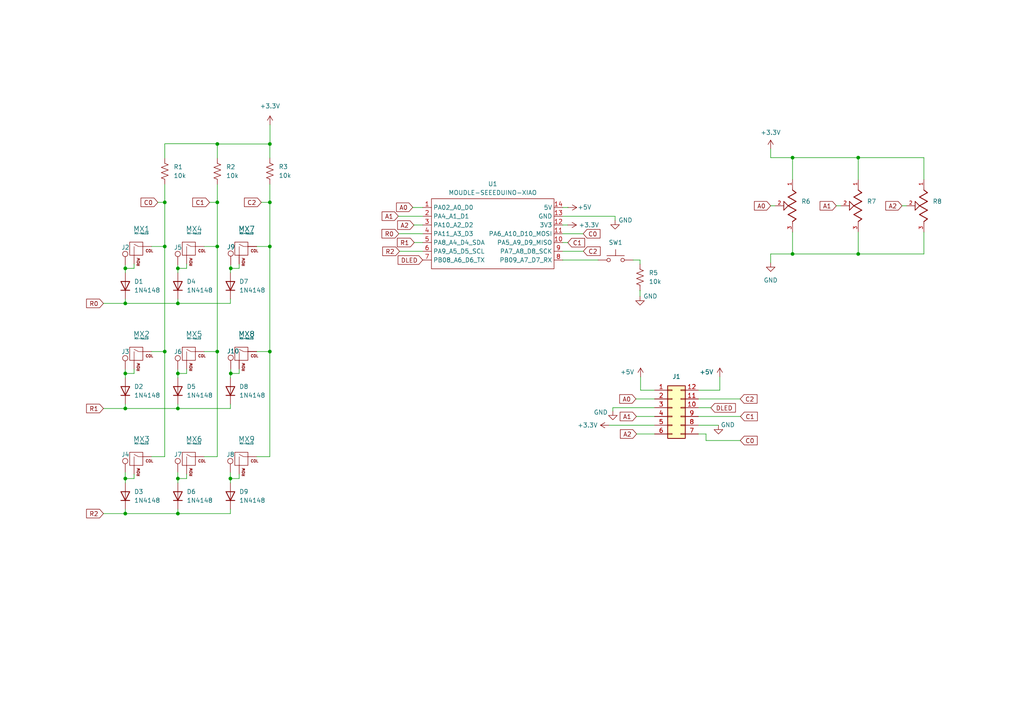
<source format=kicad_sch>
(kicad_sch (version 20230121) (generator eeschema)
  (paper "A4")
  (lib_symbols
    (symbol "Connector:TestPoint" (pin_numbers hide) (pin_names (offset 0.762) hide)
      (property "Reference" "TP" (at 0 6.858 0))
      (property "Value" "TestPoint" (at 0 5.08 0))
      (symbol "TestPoint_0_1"
        (circle (center 0 3.302) (radius 0.762))
      )
      (symbol "TestPoint_1_1"
        (pin passive line (at 0 0 90) (length 2.54) (name "1") (number "1"))
      )
    )
    (symbol "Connector_Generic:Conn_02x06_Counter_Clockwise" (pin_names (offset 1.016) hide)
      (property "Reference" "J" (at 1.27 7.62 0))
      (property "Value" "Conn_02x06_Counter_Clockwise" (at 1.27 -10.16 0))
      (symbol "Conn_02x06_Counter_Clockwise_1_1"
        (rectangle (start -1.27 -7.493) (end 0 -7.747) (stroke (width 0.1524)))
        (rectangle (start -1.27 -4.953) (end 0 -5.207) (stroke (width 0.1524)))
        (rectangle (start -1.27 -2.413) (end 0 -2.667) (stroke (width 0.1524)))
        (rectangle (start -1.27 0.127) (end 0 -0.127) (stroke (width 0.1524)))
        (rectangle (start -1.27 2.667) (end 0 2.413) (stroke (width 0.1524)))
        (rectangle (start -1.27 5.207) (end 0 4.953) (stroke (width 0.1524)))
        (rectangle (start -1.27 6.35) (end 3.81 -8.89) (stroke (width 0.254)) (fill (type background)))
        (rectangle (start 3.81 -7.493) (end 2.54 -7.747) (stroke (width 0.1524)))
        (rectangle (start 3.81 -4.953) (end 2.54 -5.207) (stroke (width 0.1524)))
        (rectangle (start 3.81 -2.413) (end 2.54 -2.667) (stroke (width 0.1524)))
        (rectangle (start 3.81 0.127) (end 2.54 -0.127) (stroke (width 0.1524)))
        (rectangle (start 3.81 2.667) (end 2.54 2.413) (stroke (width 0.1524)))
        (rectangle (start 3.81 5.207) (end 2.54 4.953) (stroke (width 0.1524)))
        (pin passive line (at -5.08 5.08 0) (length 3.81) (name "Pin_1") (number "1"))
        (pin passive line (at 7.62 0 180) (length 3.81) (name "Pin_10") (number "10"))
        (pin passive line (at 7.62 2.54 180) (length 3.81) (name "Pin_11") (number "11"))
        (pin passive line (at 7.62 5.08 180) (length 3.81) (name "Pin_12") (number "12"))
        (pin passive line (at -5.08 2.54 0) (length 3.81) (name "Pin_2") (number "2"))
        (pin passive line (at -5.08 0 0) (length 3.81) (name "Pin_3") (number "3"))
        (pin passive line (at -5.08 -2.54 0) (length 3.81) (name "Pin_4") (number "4"))
        (pin passive line (at -5.08 -5.08 0) (length 3.81) (name "Pin_5") (number "5"))
        (pin passive line (at -5.08 -7.62 0) (length 3.81) (name "Pin_6") (number "6"))
        (pin passive line (at 7.62 -7.62 180) (length 3.81) (name "Pin_7") (number "7"))
        (pin passive line (at 7.62 -5.08 180) (length 3.81) (name "Pin_8") (number "8"))
        (pin passive line (at 7.62 -2.54 180) (length 3.81) (name "Pin_9") (number "9"))
      )
    )
    (symbol "Device:R_US" (pin_numbers hide) (pin_names (offset 0))
      (property "Reference" "R" (at 2.54 0 90))
      (property "Value" "R_US" (at -2.54 0 90))
      (symbol "R_US_0_1"
        (polyline (pts (xy 0 -2.286) (xy 0 -2.54)))
        (polyline (pts (xy 0 2.286) (xy 0 2.54)))
        (polyline (pts (xy 0 -0.762) (xy 1.016 -1.143) (xy 0 -1.524) (xy -1.016 -1.905) (xy 0 -2.286)))
        (polyline (pts (xy 0 0.762) (xy 1.016 0.381) (xy 0 0) (xy -1.016 -0.381) (xy 0 -0.762)))
        (polyline (pts (xy 0 2.286) (xy 1.016 1.905) (xy 0 1.524) (xy -1.016 1.143) (xy 0 0.762)))
      )
      (symbol "R_US_1_1"
        (pin passive line (at 0 3.81 270) (length 1.27) (name "~") (number "1"))
        (pin passive line (at 0 -3.81 90) (length 1.27) (name "~") (number "2"))
      )
    )
    (symbol "Diode:1N4148" (pin_numbers hide) (pin_names hide)
      (property "Reference" "D" (at 0 2.54 0))
      (property "Value" "1N4148" (at 0 -2.54 0))
      (symbol "1N4148_0_1"
        (polyline (pts (xy -1.27 1.27) (xy -1.27 -1.27)) (stroke (width 0.254)))
        (polyline (pts (xy 1.27 0) (xy -1.27 0)))
        (polyline (pts (xy 1.27 1.27) (xy 1.27 -1.27) (xy -1.27 0) (xy 1.27 1.27)) (stroke (width 0.254)))
      )
      (symbol "1N4148_1_1"
        (pin passive line (at -3.81 0 0) (length 2.54) (name "K") (number "1"))
        (pin passive line (at 3.81 0 180) (length 2.54) (name "A") (number "2"))
      )
    )
    (symbol "MX_Alps_Hybrid:MX-NoLED" (pin_names (offset 1.016))
      (property "Reference" "MX" (at -0.635 3.81 0))
      (property "Value" "MX-NoLED" (at -0.635 1.27 0))
      (symbol "MX-NoLED_0_0"
        (rectangle (start -2.54 2.54) (end 1.27 -1.27))
        (polyline (pts (xy -1.27 -1.27) (xy -1.27 1.27)) (stroke (width 0.127)))
        (polyline (pts (xy 1.27 1.27) (xy 0 1.27) (xy -1.27 1.905)) (stroke (width 0.127)))
        (text "COL" (at 3.175 0 0) (effects (font (size 0.762 0.762))))
        (text "ROW" (at 0 -1.905 900) (effects (font (size 0.762 0.762)) (justify right)))
      )
      (symbol "MX-NoLED_1_1"
        (pin passive line (at 3.81 1.27 180) (length 2.54) (name "COL") (number "1"))
        (pin passive line (at -1.27 -3.81 90) (length 2.54) (name "ROW") (number "2"))
      )
    )
    (symbol "PTA4543-2015DPB103:PTA4543-2015DPB103" (pin_names (offset 1.016))
      (property "Reference" "R" (at -5.08 5.08 0))
      (property "Value" "PTA4543-2015DPB103" (at -5.08 2.54 0))
      (symbol "PTA4543-2015DPB103_0_0"
        (polyline (pts (xy -5.08 0) (xy -4.572 0)) (stroke (width 0.1524)))
        (polyline (pts (xy -4.572 0) (xy -3.81 1.016)) (stroke (width 0.254)))
        (polyline (pts (xy -3.81 1.016) (xy -2.54 -1.27)) (stroke (width 0.254)))
        (polyline (pts (xy -2.54 -1.27) (xy -1.27 1.016)) (stroke (width 0.254)))
        (polyline (pts (xy -1.27 -2.54) (xy 0 -1.27)) (stroke (width 0.2032)))
        (polyline (pts (xy -1.27 1.016) (xy 0 -1.27)) (stroke (width 0.254)))
        (polyline (pts (xy 0 -1.27) (xy 1.27 -2.54)) (stroke (width 0.2032)))
        (polyline (pts (xy 0 -1.27) (xy 1.27 1.016)) (stroke (width 0.254)))
        (polyline (pts (xy 1.27 -2.54) (xy -1.27 -2.54)) (stroke (width 0.2032)))
        (polyline (pts (xy 1.27 1.016) (xy 2.54 -1.27)) (stroke (width 0.254)))
        (polyline (pts (xy 2.54 -1.27) (xy 3.81 1.016)) (stroke (width 0.254)))
        (polyline (pts (xy 3.81 1.016) (xy 4.572 0)) (stroke (width 0.254)))
        (polyline (pts (xy 4.572 0) (xy 5.08 0)) (stroke (width 0.1524)))
        (pin passive line (at -7.62 0 0) (length 2.54) (name "~") (number "1"))
        (pin passive line (at 0 -5.08 90) (length 2.54) (name "~") (number "2"))
        (pin passive line (at 7.62 0 180) (length 2.54) (name "~") (number "3"))
      )
    )
    (symbol "Seeeduino RP2040:MOUDLE-SEEEDUINO-XIAO"
      (property "Reference" "U" (at -16.51 11.43 0))
      (property "Value" "MOUDLE-SEEEDUINO-XIAO" (at -3.81 -11.43 0))
      (symbol "MOUDLE-SEEEDUINO-XIAO_0_1"
        (rectangle (start -16.51 10.16) (end 19.05 -10.16))
      )
      (symbol "MOUDLE-SEEEDUINO-XIAO_1_1"
        (pin passive line (at -19.05 7.62 0) (length 2.54) (name "PA02_A0_D0") (number "1"))
        (pin passive line (at 21.59 -2.54 180) (length 2.54) (name "PA5_A9_D9_MISO") (number "10"))
        (pin passive line (at 21.59 0 180) (length 2.54) (name "PA6_A10_D10_MOSI") (number "11"))
        (pin passive line (at 21.59 2.54 180) (length 2.54) (name "3V3") (number "12"))
        (pin passive line (at 21.59 5.08 180) (length 2.54) (name "GND") (number "13"))
        (pin passive line (at 21.59 7.62 180) (length 2.54) (name "5V") (number "14"))
        (pin passive line (at -19.05 5.08 0) (length 2.54) (name "PA4_A1_D1") (number "2"))
        (pin passive line (at -19.05 2.54 0) (length 2.54) (name "PA10_A2_D2") (number "3"))
        (pin passive line (at -19.05 0 0) (length 2.54) (name "PA11_A3_D3") (number "4"))
        (pin passive line (at -19.05 -2.54 0) (length 2.54) (name "PA8_A4_D4_SDA") (number "5"))
        (pin passive line (at -19.05 -5.08 0) (length 2.54) (name "PA9_A5_D5_SCL") (number "6"))
        (pin passive line (at -19.05 -7.62 0) (length 2.54) (name "PB08_A6_D6_TX") (number "7"))
        (pin passive line (at 21.59 -7.62 180) (length 2.54) (name "PB09_A7_D7_RX") (number "8"))
        (pin passive line (at 21.59 -5.08 180) (length 2.54) (name "PA7_A8_D8_SCK") (number "9"))
      )
    )
    (symbol "Switch:SW_MEC_5G" (pin_numbers hide) (pin_names (offset 1.016) hide)
      (property "Reference" "SW" (at 1.27 2.54 0))
      (property "Value" "SW_MEC_5G" (at 0 -1.524 0))
      (symbol "SW_MEC_5G_0_1"
        (circle (center -2.032 0) (radius 0.508))
        (polyline (pts (xy 0 1.27) (xy 0 3.048)))
        (polyline (pts (xy 2.54 1.27) (xy -2.54 1.27)))
        (circle (center 2.032 0) (radius 0.508))
        (pin passive line (at -5.08 0 0) (length 2.54) (name "A") (number "1"))
        (pin passive line (at 5.08 0 180) (length 2.54) (name "B") (number "3"))
      )
      (symbol "SW_MEC_5G_1_1"
        (pin passive line (at -5.08 0 0) (length 2.54) hide (name "A") (number "2"))
        (pin passive line (at 5.08 0 180) (length 2.54) hide (name "B") (number "4"))
      )
    )
    (symbol "power:+3.3V" (power) (pin_names (offset 0))
      (property "Value" "+3.3V" (at 0 3.556 0))
      (symbol "+3.3V_0_1"
        (polyline (pts (xy -0.762 1.27) (xy 0 2.54)))
        (polyline (pts (xy 0 0) (xy 0 2.54)))
        (polyline (pts (xy 0 2.54) (xy 0.762 1.27)))
      )
      (symbol "+3.3V_1_1"
        (pin power_in line (at 0 0 90) (length 0) hide (name "+3.3V") (number "1"))
      )
    )
    (symbol "power:+5V" (power) (pin_names (offset 0))
      (property "Value" "+5V" (at 0 3.556 0))
      (symbol "+5V_0_1"
        (polyline (pts (xy -0.762 1.27) (xy 0 2.54)))
        (polyline (pts (xy 0 0) (xy 0 2.54)))
        (polyline (pts (xy 0 2.54) (xy 0.762 1.27)))
      )
      (symbol "+5V_1_1"
        (pin power_in line (at 0 0 90) (length 0) hide (name "+5V") (number "1"))
      )
    )
    (symbol "power:GND" (power) (pin_names (offset 0))
      (property "Value" "GND" (at 0 -3.81 0))
      (symbol "GND_0_1"
        (polyline (pts (xy 0 0) (xy 0 -1.27) (xy 1.27 -1.27) (xy 0 -2.54) (xy -1.27 -1.27) (xy 0 -1.27)))
      )
      (symbol "GND_1_1"
        (pin power_in line (at 0 0 270) (length 0) hide (name "GND") (number "1"))
      )
    )
  )
  (junction (at 51.59 108.32))
  (junction (at 229.87 45.72))
  (junction (at 78.26 101.97))
  (junction (at 51.59 118.48))
  (junction (at 51.59 138.8))
  (junction (at 229.87 73.66))
  (junction (at 47.78 71.49))
  (junction (at 248.92 45.72))
  (junction (at 78.27 41.762))
  (junction (at 36.35 118.48))
  (junction (at 63.02 71.49))
  (junction (at 66.929 108.32))
  (junction (at 47.78 101.97))
  (junction (at 51.59 148.96))
  (junction (at 51.59 77.84))
  (junction (at 63.02 101.97))
  (junction (at 63.03 58.69))
  (junction (at 66.83 138.8))
  (junction (at 36.35 88))
  (junction (at 51.59 88))
  (junction (at 36.35 138.8))
  (junction (at 248.92 73.66))
  (junction (at 66.929 77.84))
  (junction (at 36.35 148.96))
  (junction (at 47.79 58.69))
  (junction (at 78.27 58.69))
  (junction (at 63.03 41.762))
  (junction (at 36.35 108.32))
  (junction (at 36.35 77.84))
  (junction (at 78.26 71.49))
  (wire (pts (xy 202.557 120.7925) (xy 214.765 120.7925)))
  (wire (pts (xy 66.929 76.835) (xy 66.929 77.84)))
  (wire (pts (xy 47.78 132.45) (xy 43.97 132.45)))
  (wire (pts (xy 120.0409 65.2621) (xy 122.596 65.2621)))
  (wire (pts (xy 54.13 108.32) (xy 54.13 107.05)))
  (wire (pts (xy 206.1694 118.2525) (xy 206.1694 118.2887)))
  (wire (pts (xy 30 118.48) (xy 36.35 118.48)))
  (wire (pts (xy 38.89 138.8) (xy 38.89 137.53)))
  (wire (pts (xy 38.89 108.32) (xy 38.89 107.05)))
  (wire (pts (xy 51.562 107.188) (xy 51.562 108.32)))
  (wire (pts (xy 242.57 59.69) (xy 243.84 59.69)))
  (wire (pts (xy 69.37 77.84) (xy 69.37 76.57)))
  (wire (pts (xy 74.45 71.49) (xy 78.26 71.49)))
  (wire (pts (xy 120.0409 65.2934) (xy 120.0409 65.2621)))
  (wire (pts (xy 204.7759 125.8725) (xy 204.7759 127.7693)))
  (wire (pts (xy 163.236 62.7221) (xy 178.3978 62.7221)))
  (wire (pts (xy 248.92 67.31) (xy 248.92 73.66)))
  (wire (pts (xy 223.52 45.72) (xy 229.87 45.72)))
  (wire (pts (xy 51.59 148.96) (xy 51.59 147.69)))
  (wire (pts (xy 36.35 108.32) (xy 38.89 108.32)))
  (wire (pts (xy 223.52 76.2) (xy 223.52 73.66)))
  (wire (pts (xy 47.79 45.88) (xy 47.79 41.69)))
  (wire (pts (xy 51.562 108.32) (xy 51.59 108.32)))
  (wire (pts (xy 169.1938 72.8821) (xy 163.236 72.8821)))
  (wire (pts (xy 51.59 118.48) (xy 51.59 117.21)))
  (wire (pts (xy 78.27 53.4536) (xy 78.27 58.69)))
  (wire (pts (xy 47.79 58.69) (xy 47.79 71.49)))
  (wire (pts (xy 78.26 101.97) (xy 74.45 101.97)))
  (wire (pts (xy 51.59 79.11) (xy 51.59 77.84)))
  (wire (pts (xy 51.59 138.8) (xy 54.13 138.8)))
  (wire (pts (xy 66.83 118.48) (xy 51.59 118.48)))
  (wire (pts (xy 66.929 108.32) (xy 69.37 108.32)))
  (wire (pts (xy 38.89 76.57) (xy 38.89 77.84)))
  (wire (pts (xy 51.562 77.84) (xy 51.59 77.84)))
  (wire (pts (xy 66.83 77.84) (xy 66.929 77.84)))
  (wire (pts (xy 51.59 109.59) (xy 51.59 108.32)))
  (wire (pts (xy 178.3978 62.7221) (xy 178.3978 63.8981)))
  (wire (pts (xy 169.1408 67.8021) (xy 163.236 67.8021)))
  (wire (pts (xy 223.52 73.66) (xy 229.87 73.66)))
  (wire (pts (xy 115.8893 72.8821) (xy 122.596 72.8821)))
  (wire (pts (xy 74.45 132.45) (xy 78.26 132.45)))
  (wire (pts (xy 66.83 88) (xy 51.59 88)))
  (wire (pts (xy 185.6331 84.3383) (xy 185.6331 84.216)))
  (wire (pts (xy 63.02 132.45) (xy 63.02 101.97)))
  (wire (pts (xy 36.35 138.8) (xy 38.89 138.8)))
  (wire (pts (xy 51.562 137.033) (xy 51.562 138.8)))
  (wire (pts (xy 69.37 138.8) (xy 69.37 137.53)))
  (wire (pts (xy 267.97 45.72) (xy 267.97 52.07)))
  (wire (pts (xy 36.322 138.8) (xy 36.35 138.8)))
  (wire (pts (xy 51.59 118.48) (xy 36.35 118.48)))
  (wire (pts (xy 229.87 45.72) (xy 248.92 45.72)))
  (wire (pts (xy 78.26 132.45) (xy 78.26 101.97)))
  (wire (pts (xy 183.634 75.4205) (xy 185.6331 75.4205)))
  (wire (pts (xy 66.83 148.96) (xy 51.59 148.96)))
  (wire (pts (xy 164.6791 70.3421) (xy 163.236 70.3421)))
  (wire (pts (xy 115.5335 62.7221) (xy 122.596 62.7221)))
  (wire (pts (xy 54.13 77.84) (xy 54.13 76.57)))
  (wire (pts (xy 54.13 138.8) (xy 54.13 137.53)))
  (wire (pts (xy 248.92 45.72) (xy 248.92 52.07)))
  (wire (pts (xy 36.322 137.033) (xy 36.322 138.8)))
  (wire (pts (xy 177.7545 119.218) (xy 177.7545 118.2525)))
  (wire (pts (xy 51.59 148.96) (xy 36.35 148.96)))
  (wire (pts (xy 66.929 77.84) (xy 69.37 77.84)))
  (wire (pts (xy 78.3164 36.1756) (xy 78.3164 41.762)))
  (wire (pts (xy 51.562 76.962) (xy 51.562 77.84)))
  (wire (pts (xy 59.21 71.49) (xy 63.02 71.49)))
  (wire (pts (xy 229.87 52.07) (xy 229.87 45.72)))
  (wire (pts (xy 60.79 58.69) (xy 63.03 58.69)))
  (wire (pts (xy 163.236 75.4205) (xy 163.236 75.4221)))
  (wire (pts (xy 36.322 77.84) (xy 36.35 77.84)))
  (wire (pts (xy 66.802 137.033) (xy 66.802 138.8)))
  (wire (pts (xy 63.03 53.5) (xy 63.03 58.69)))
  (wire (pts (xy 63.03 71.49) (xy 63.02 71.49)))
  (wire (pts (xy 66.802 138.8) (xy 66.83 138.8)))
  (wire (pts (xy 204.7759 127.7693) (xy 214.7215 127.7693)))
  (wire (pts (xy 184.4509 115.7125) (xy 189.857 115.7125)))
  (wire (pts (xy 121.919 67.8021) (xy 122.596 67.8021)))
  (wire (pts (xy 121.919 67.7885) (xy 121.919 67.8021)))
  (wire (pts (xy 78.27 45.8336) (xy 78.27 41.762)))
  (wire (pts (xy 36.35 88) (xy 51.59 88)))
  (wire (pts (xy 223.52 59.69) (xy 224.79 59.69)))
  (wire (pts (xy 229.87 67.31) (xy 229.87 73.66)))
  (wire (pts (xy 45.79 58.69) (xy 47.79 58.69)))
  (wire (pts (xy 47.78 71.49) (xy 47.78 101.97)))
  (wire (pts (xy 38.89 77.84) (xy 36.35 77.84)))
  (wire (pts (xy 30 148.96) (xy 36.35 148.96)))
  (wire (pts (xy 78.3164 41.762) (xy 78.27 41.762)))
  (wire (pts (xy 66.83 108.32) (xy 66.929 108.32)))
  (wire (pts (xy 43.97 71.49) (xy 47.78 71.49)))
  (wire (pts (xy 177.7545 118.2525) (xy 189.857 118.2525)))
  (wire (pts (xy 30 88) (xy 36.35 88)))
  (wire (pts (xy 36.322 107.188) (xy 36.322 108.32)))
  (wire (pts (xy 66.83 79.11) (xy 66.83 77.84)))
  (wire (pts (xy 36.35 140.07) (xy 36.35 138.8)))
  (wire (pts (xy 185.7914 113.1725) (xy 189.857 113.1725)))
  (wire (pts (xy 202.557 113.1725) (xy 208.7792 113.1725)))
  (wire (pts (xy 69.37 108.32) (xy 69.37 107.05)))
  (wire (pts (xy 164.6791 70.3762) (xy 164.6791 70.3421)))
  (wire (pts (xy 248.92 73.66) (xy 267.97 73.66)))
  (wire (pts (xy 63.03 41.69) (xy 63.03 41.762)))
  (wire (pts (xy 115.6748 67.7885) (xy 121.919 67.7885)))
  (wire (pts (xy 78.27 71.49) (xy 78.26 71.49)))
  (wire (pts (xy 78.27 41.762) (xy 63.03 41.762)))
  (wire (pts (xy 185.6331 75.4205) (xy 185.6331 76.596)))
  (wire (pts (xy 63.03 41.762) (xy 63.03 45.88)))
  (wire (pts (xy 63.02 101.97) (xy 59.21 101.97)))
  (wire (pts (xy 36.35 118.48) (xy 36.35 117.21)))
  (wire (pts (xy 63.03 58.69) (xy 63.03 71.49)))
  (wire (pts (xy 78.27 58.69) (xy 78.27 71.49)))
  (wire (pts (xy 248.92 45.72) (xy 267.97 45.72)))
  (wire (pts (xy 184.6466 125.8725) (xy 189.857 125.8725)))
  (wire (pts (xy 47.79 41.69) (xy 63.03 41.69)))
  (wire (pts (xy 78.26 71.49) (xy 78.26 101.97)))
  (wire (pts (xy 51.59 140.07) (xy 51.59 138.8)))
  (wire (pts (xy 36.35 148.96) (xy 36.35 147.69)))
  (wire (pts (xy 176.6996 123.3325) (xy 189.857 123.3325)))
  (wire (pts (xy 164.6474 65.2621) (xy 163.236 65.2621)))
  (wire (pts (xy 164.7373 60.1889) (xy 164.7373 60.1821)))
  (wire (pts (xy 66.83 147.69) (xy 66.83 148.96)))
  (wire (pts (xy 202.557 118.2525) (xy 206.1694 118.2525)))
  (wire (pts (xy 202.557 123.3325) (xy 208.374 123.3325)))
  (wire (pts (xy 185.6346 84.3383) (xy 185.6346 85.953)))
  (wire (pts (xy 59.21 132.45) (xy 63.02 132.45)))
  (wire (pts (xy 169.1938 72.8561) (xy 169.1938 72.8821)))
  (wire (pts (xy 63.02 71.49) (xy 63.02 101.97)))
  (wire (pts (xy 66.929 107.061) (xy 66.929 108.32)))
  (wire (pts (xy 36.35 109.59) (xy 36.35 108.32)))
  (wire (pts (xy 66.83 86.73) (xy 66.83 88)))
  (wire (pts (xy 36.322 108.32) (xy 36.35 108.32)))
  (wire (pts (xy 208.7792 113.1725) (xy 208.7792 109.2952)))
  (wire (pts (xy 66.83 117.21) (xy 66.83 118.48)))
  (wire (pts (xy 66.83 138.8) (xy 69.37 138.8)))
  (wire (pts (xy 47.79 71.49) (xy 47.78 71.49)))
  (wire (pts (xy 51.59 77.84) (xy 54.13 77.84)))
  (wire (pts (xy 185.7914 109.2952) (xy 185.7914 113.1725)))
  (wire (pts (xy 119.7189 60.1821) (xy 122.596 60.1821)))
  (wire (pts (xy 185.6331 84.3383) (xy 185.6346 84.3383)))
  (wire (pts (xy 47.78 101.97) (xy 47.78 132.45)))
  (wire (pts (xy 51.59 108.32) (xy 54.13 108.32)))
  (wire (pts (xy 229.87 73.66) (xy 248.92 73.66)))
  (wire (pts (xy 202.557 115.7125) (xy 214.678 115.7125)))
  (wire (pts (xy 115.8893 72.8942) (xy 115.8893 72.8821)))
  (wire (pts (xy 173.474 75.4205) (xy 163.236 75.4205)))
  (wire (pts (xy 223.52 43.18) (xy 223.52 45.72)))
  (wire (pts (xy 36.35 77.84) (xy 36.35 79.11)))
  (wire (pts (xy 36.322 76.962) (xy 36.322 77.84)))
  (wire (pts (xy 66.83 109.59) (xy 66.83 108.32)))
  (wire (pts (xy 43.97 101.97) (xy 47.78 101.97)))
  (wire (pts (xy 36.35 86.73) (xy 36.35 88)))
  (wire (pts (xy 261.62 59.69) (xy 262.89 59.69)))
  (wire (pts (xy 66.83 140.07) (xy 66.83 138.8)))
  (wire (pts (xy 75.79 58.69) (xy 78.27 58.69)))
  (wire (pts (xy 51.59 88) (xy 51.59 86.73)))
  (wire (pts (xy 51.562 138.8) (xy 51.59 138.8)))
  (wire (pts (xy 120.1422 70.3421) (xy 122.596 70.3421)))
  (wire (pts (xy 164.7373 60.1821) (xy 163.236 60.1821)))
  (wire (pts (xy 119.7189 60.1153) (xy 119.7189 60.1821)))
  (wire (pts (xy 267.97 67.31) (xy 267.97 73.66)))
  (wire (pts (xy 184.5814 120.7925) (xy 189.857 120.7925)))
  (wire (pts (xy 47.79 53.5) (xy 47.79 58.69)))
  (wire (pts (xy 115.5335 62.6909) (xy 115.5335 62.7221)))
  (wire (pts (xy 202.557 125.8725) (xy 204.7759 125.8725)))
  (global_label "A0" (shape input) (at 119.7189 60.1153 180) (property "Intersheetrefs" "${INTERSHEET_REFS}" (effects hide)))
  (global_label "C1" (shape input) (at 60.79 58.69 180) (property "Intersheetrefs" "${INTERSHEET_REFS}" (effects hide)))
  (global_label "C2" (shape input) (at 169.1938 72.8561 0) (property "Intersheetrefs" "${INTERSHEET_REFS}" (effects hide)))
  (global_label "A2" (shape input) (at 120.0409 65.2934 180) (property "Intersheetrefs" "${INTERSHEET_REFS}" (effects hide)))
  (global_label "C2" (shape input) (at 75.79 58.69 180) (property "Intersheetrefs" "${INTERSHEET_REFS}" (effects hide)))
  (global_label "R2" (shape input) (at 30 148.96 180) (property "Intersheetrefs" "${INTERSHEET_REFS}" (effects hide)))
  (global_label "A2" (shape input) (at 184.6466 125.8725 180) (property "Intersheetrefs" "${INTERSHEET_REFS}" (effects hide)))
  (global_label "R1" (shape input) (at 120.1422 70.3421 180) (property "Intersheetrefs" "${INTERSHEET_REFS}" (effects hide)))
  (global_label "R1" (shape input) (at 30 118.48 180) (property "Intersheetrefs" "${INTERSHEET_REFS}" (effects hide)))
  (global_label "C0" (shape input) (at 169.1408 67.8021 0) (property "Intersheetrefs" "${INTERSHEET_REFS}" (effects hide)))
  (global_label "C0" (shape input) (at 45.79 58.69 180) (property "Intersheetrefs" "${INTERSHEET_REFS}" (effects hide)))
  (global_label "R0" (shape input) (at 115.6748 67.7885 180) (property "Intersheetrefs" "${INTERSHEET_REFS}" (effects hide)))
  (global_label "DLED" (shape input) (at 122.596 75.4221 180) (property "Intersheetrefs" "${INTERSHEET_REFS}" (effects hide)))
  (global_label "R2" (shape input) (at 115.8893 72.8942 180) (property "Intersheetrefs" "${INTERSHEET_REFS}" (effects hide)))
  (global_label "A1" (shape input) (at 242.57 59.69 180) (property "Intersheetrefs" "${INTERSHEET_REFS}" (effects hide)))
  (global_label "A0" (shape input) (at 184.4509 115.7125 180) (property "Intersheetrefs" "${INTERSHEET_REFS}" (effects hide)))
  (global_label "C1" (shape input) (at 164.6791 70.3762 0) (property "Intersheetrefs" "${INTERSHEET_REFS}" (effects hide)))
  (global_label "R0" (shape input) (at 30 88 180) (property "Intersheetrefs" "${INTERSHEET_REFS}" (effects hide)))
  (global_label "C0" (shape input) (at 214.7215 127.7693 0) (property "Intersheetrefs" "${INTERSHEET_REFS}" (effects hide)))
  (global_label "DLED" (shape input) (at 206.1694 118.2887 0) (property "Intersheetrefs" "${INTERSHEET_REFS}" (effects hide)))
  (global_label "A1" (shape input) (at 115.5335 62.6909 180) (property "Intersheetrefs" "${INTERSHEET_REFS}" (effects hide)))
  (global_label "C1" (shape input) (at 214.765 120.7925 0) (property "Intersheetrefs" "${INTERSHEET_REFS}" (effects hide)))
  (global_label "A2" (shape input) (at 261.62 59.69 180) (property "Intersheetrefs" "${INTERSHEET_REFS}" (effects hide)))
  (global_label "A1" (shape input) (at 184.5814 120.7925 180) (property "Intersheetrefs" "${INTERSHEET_REFS}" (effects hide)))
  (global_label "C2" (shape input) (at 214.678 115.7125 0) (property "Intersheetrefs" "${INTERSHEET_REFS}" (effects hide)))
  (global_label "A0" (shape input) (at 223.52 59.69 180) (property "Intersheetrefs" "${INTERSHEET_REFS}" (effects hide)))
  (symbol (lib_id "Diode:1N4148") (at 51.59 143.88 90) (unit 1)
    (property "Reference" "D6" (at 54.13 142.6099 90) (effects (justify right)))
    (property "Value" "1N4148" (at 54.13 145.1499 90) (effects (justify right)))
    (property "Footprint" "Diode_THT:D_DO-35_SOD27_P7.62mm_Horizontal" (effects hide))
    (property "Datasheet" "https://assets.nexperia.com/documents/data-sheet/1N4148_1N4448.pdf" (effects hide))
  )
  (symbol (lib_id "Connector:TestPoint") (at 66.929 107.061 0) (unit 1)
    (property "Reference" "J10" (at 65.786 101.854 0) (effects (justify left)))
    (property "Value" "TestPoint" (effects hide))
    (property "Footprint" "TestPoint:TestPoint_Pad_2.0x2.0mm" (effects hide))
  )
  (symbol (lib_id "Connector:TestPoint") (at 36.322 137.033 0) (unit 1)
    (property "Reference" "J4" (at 35.179 131.826 0) (effects (justify left)))
    (property "Value" "TestPoint" (effects hide))
    (property "Footprint" "TestPoint:TestPoint_Pad_2.0x2.0mm" (effects hide))
  )
  (symbol (lib_id "Diode:1N4148") (at 36.35 143.88 90) (unit 1)
    (property "Reference" "D3" (at 38.89 142.6099 90) (effects (justify right)))
    (property "Value" "1N4148" (at 38.89 145.1499 90) (effects (justify right)))
    (property "Footprint" "Diode_THT:D_DO-35_SOD27_P7.62mm_Horizontal" (effects hide))
    (property "Datasheet" "https://assets.nexperia.com/documents/data-sheet/1N4148_1N4448.pdf" (effects hide))
  )
  (symbol (lib_id "power:GND") (at 178.3978 63.8981 0) (unit 1)
    (property "Reference" "#PWR0106" (effects hide))
    (property "Value" "GND" (at 181.4036 63.8692 0))
  )
  (symbol (lib_id "MX_Alps_Hybrid:MX-NoLED") (at 55.4 103.24 0) (unit 1)
    (property "Reference" "MX5" (at 56.2856 96.89 0) (effects (font (size 1.524 1.524))))
    (property "Value" "MX-NoLED" (at 56.2856 98.16 0) (effects (font (size 0.508 0.508))))
    (property "Footprint" "Slide Potentiometer:Cherry Cutout" (effects hide))
  )
  (symbol (lib_id "MX_Alps_Hybrid:MX-NoLED") (at 40.16 103.24 0) (unit 1)
    (property "Reference" "MX2" (at 41.0456 96.89 0) (effects (font (size 1.524 1.524))))
    (property "Value" "MX-NoLED" (at 41.0456 98.16 0) (effects (font (size 0.508 0.508))))
    (property "Footprint" "Slide Potentiometer:Cherry Cutout" (effects hide))
  )
  (symbol (lib_id "Diode:1N4148") (at 51.59 82.92 90) (unit 1)
    (property "Reference" "D4" (at 54.13 81.6499 90) (effects (justify right)))
    (property "Value" "1N4148" (at 54.13 84.1899 90) (effects (justify right)))
    (property "Footprint" "Diode_THT:D_DO-35_SOD27_P7.62mm_Horizontal" (effects hide))
    (property "Datasheet" "https://assets.nexperia.com/documents/data-sheet/1N4148_1N4448.pdf" (effects hide))
  )
  (symbol (lib_id "Switch:SW_MEC_5G") (at 178.554 75.4205 0) (unit 1)
    (property "Reference" "SW1" (at 178.554 70.3405 0))
    (property "Value" "SW_MEC_5G" (effects hide))
    (property "Footprint" "random-keyboard-parts:PushButton_6x6mm_TH_Pretty" (effects hide))
    (property "Datasheet" "http://www.apem.com/int/index.php?controller=attachment&id_attachment=488" (effects hide))
  )
  (symbol (lib_id "Seeeduino RP2040:MOUDLE-SEEEDUINO-XIAO") (at 141.646 67.8021 0) (unit 1)
    (property "Reference" "U1" (at 142.916 53.3424 0))
    (property "Value" "MOUDLE-SEEEDUINO-XIAO" (at 142.916 55.8824 0))
    (property "Footprint" "Seeeduino XIAO KICAD:Seeeduino XIAO-MOUDLE14P-2.54-21X17.8MM" (effects hide))
  )
  (symbol (lib_id "MX_Alps_Hybrid:MX-NoLED") (at 55.4 72.76 0) (unit 1)
    (property "Reference" "MX4" (at 56.2856 66.41 0) (effects (font (size 1.524 1.524))))
    (property "Value" "MX-NoLED" (at 56.2856 67.68 0) (effects (font (size 0.508 0.508))))
    (property "Footprint" "Slide Potentiometer:Cherry Cutout" (effects hide))
  )
  (symbol (lib_id "Connector:TestPoint") (at 51.562 76.962 0) (unit 1)
    (property "Reference" "J5" (at 50.419 71.755 0) (effects (justify left)))
    (property "Value" "TestPoint" (effects hide))
    (property "Footprint" "TestPoint:TestPoint_Pad_2.0x2.0mm" (effects hide))
  )
  (symbol (lib_id "Connector:TestPoint") (at 66.802 137.033 0) (unit 1)
    (property "Reference" "J8" (at 65.659 131.826 0) (effects (justify left)))
    (property "Value" "TestPoint" (effects hide))
    (property "Footprint" "TestPoint:TestPoint_Pad_2.0x2.0mm" (effects hide))
  )
  (symbol (lib_id "MX_Alps_Hybrid:MX-NoLED") (at 55.4 133.72 0) (unit 1)
    (property "Reference" "MX6" (at 56.2856 127.37 0) (effects (font (size 1.524 1.524))))
    (property "Value" "MX-NoLED" (at 56.2856 128.64 0) (effects (font (size 0.508 0.508))))
    (property "Footprint" "Slide Potentiometer:Cherry Cutout" (effects hide))
  )
  (symbol (lib_id "Diode:1N4148") (at 51.59 113.4 90) (unit 1)
    (property "Reference" "D5" (at 54.13 112.1299 90) (effects (justify right)))
    (property "Value" "1N4148" (at 54.13 114.6699 90) (effects (justify right)))
    (property "Footprint" "Diode_THT:D_DO-35_SOD27_P7.62mm_Horizontal" (effects hide))
    (property "Datasheet" "https://assets.nexperia.com/documents/data-sheet/1N4148_1N4448.pdf" (effects hide))
  )
  (symbol (lib_id "Device:R_US") (at 185.6331 80.406 180) (unit 1)
    (property "Reference" "R5" (at 188.1731 79.1359 0) (effects (justify right)))
    (property "Value" "10k" (at 188.1731 81.6759 0) (effects (justify right)))
    (property "Footprint" "Resistor_THT:R_Axial_DIN0207_L6.3mm_D2.5mm_P10.16mm_Horizontal" (effects hide))
  )
  (symbol (lib_id "power:+3.3V") (at 223.52 43.18 0) (unit 1)
    (property "Reference" "#PWR0103" (effects hide))
    (property "Value" "+3.3V" (at 223.52 38.4357 0))
  )
  (symbol (lib_id "PTA4543-2015DPB103:PTA4543-2015DPB103") (at 248.92 59.69 270) (unit 1)
    (property "Reference" "R7" (at 251.46 58.4199 90) (effects (justify left)))
    (property "Value" "PTA4543-2015DPB103" (effects hide))
    (property "Footprint" "Slide Potentiometer:Slide Pot Cutout" (effects hide))
    (property "SNAPEDA_PN" "PTA4543-2015DPB103" (effects hide))
    (property "MANUFACTURER" "Bourns" (effects hide))
    (property "MAXIMUM_PACKAGE_HEIGHT" "21.5 mm" (effects hide))
    (property "STANDARD" "Manufacturer Recommendations" (effects hide))
    (property "PARTREV" "04/21" (effects hide))
  )
  (symbol (lib_id "Connector:TestPoint") (at 36.322 107.188 0) (unit 1)
    (property "Reference" "J3" (at 35.179 101.981 0) (effects (justify left)))
    (property "Value" "TestPoint" (effects hide))
    (property "Footprint" "TestPoint:TestPoint_Pad_2.0x2.0mm" (effects hide))
  )
  (symbol (lib_id "power:+5V") (at 208.7792 109.2952 0) (unit 1)
    (property "Reference" "#PWR0110" (effects hide))
    (property "Value" "+5V" (at 204.9074 107.9031 0))
  )
  (symbol (lib_id "Device:R_US") (at 47.79 49.69 0) (unit 1)
    (property "Reference" "R1" (at 50.33 48.4199 0) (effects (justify left)))
    (property "Value" "10k" (at 50.33 50.9599 0) (effects (justify left)))
    (property "Footprint" "Resistor_THT:R_Axial_DIN0207_L6.3mm_D2.5mm_P10.16mm_Horizontal" (effects hide))
  )
  (symbol (lib_id "power:GND") (at 208.374 123.3325 0) (unit 1)
    (property "Reference" "#PWR0109" (effects hide))
    (property "Value" "GND" (at 211.0903 123.226 0))
  )
  (symbol (lib_id "MX_Alps_Hybrid:MX-NoLED") (at 40.16 133.72 0) (unit 1)
    (property "Reference" "MX3" (at 41.0456 127.37 0) (effects (font (size 1.524 1.524))))
    (property "Value" "MX-NoLED" (at 41.0456 128.64 0) (effects (font (size 0.508 0.508))))
    (property "Footprint" "Slide Potentiometer:Cherry Cutout" (effects hide))
  )
  (symbol (lib_id "power:+3.3V") (at 78.3164 36.1756 0) (mirror y) (unit 1)
    (property "Reference" "#PWR0102" (effects hide))
    (property "Value" "+3.3V" (at 78.3164 30.7654 0))
  )
  (symbol (lib_id "power:GND") (at 185.6346 85.953 0) (unit 1)
    (property "Reference" "#PWR01" (effects hide))
    (property "Value" "GND" (at 188.6404 85.9241 0))
  )
  (symbol (lib_id "Diode:1N4148") (at 66.83 143.88 90) (unit 1)
    (property "Reference" "D9" (at 69.37 142.6099 90) (effects (justify right)))
    (property "Value" "1N4148" (at 69.37 145.1499 90) (effects (justify right)))
    (property "Footprint" "Diode_THT:D_DO-35_SOD27_P7.62mm_Horizontal" (effects hide))
    (property "Datasheet" "https://assets.nexperia.com/documents/data-sheet/1N4148_1N4448.pdf" (effects hide))
  )
  (symbol (lib_id "Connector:TestPoint") (at 36.322 76.962 0) (unit 1)
    (property "Reference" "J2" (at 35.179 71.755 0) (effects (justify left)))
    (property "Value" "TestPoint" (effects hide))
    (property "Footprint" "TestPoint:TestPoint_Pad_2.0x2.0mm" (effects hide))
  )
  (symbol (lib_id "Device:R_US") (at 78.27 49.6436 180) (unit 1)
    (property "Reference" "R3" (at 80.82 48.3735 0) (effects (justify right)))
    (property "Value" "10k" (at 80.82 50.9135 0) (effects (justify right)))
    (property "Footprint" "Resistor_THT:R_Axial_DIN0207_L6.3mm_D2.5mm_P10.16mm_Horizontal" (effects hide))
  )
  (symbol (lib_id "Connector:TestPoint") (at 51.562 137.033 0) (unit 1)
    (property "Reference" "J7" (at 50.419 131.826 0) (effects (justify left)))
    (property "Value" "TestPoint" (effects hide))
    (property "Footprint" "TestPoint:TestPoint_Pad_2.0x2.0mm" (effects hide))
  )
  (symbol (lib_id "MX_Alps_Hybrid:MX-NoLED") (at 70.64 103.24 0) (unit 1)
    (property "Reference" "MX8" (at 71.5256 96.89 0) (effects (font (size 1.524 1.524))))
    (property "Value" "MX-NoLED" (at 71.5256 98.16 0) (effects (font (size 0.508 0.508))))
    (property "Footprint" "Slide Potentiometer:Cherry Cutout" (effects hide))
  )
  (symbol (lib_id "power:+3.3V") (at 164.6474 65.2621 270) (unit 1)
    (property "Reference" "#PWR0108" (effects hide))
    (property "Value" "+3.3V" (at 167.8536 65.2621 90) (effects (justify left)))
  )
  (symbol (lib_id "PTA4543-2015DPB103:PTA4543-2015DPB103") (at 267.97 59.69 270) (unit 1)
    (property "Reference" "R8" (at 270.51 58.4199 90) (effects (justify left)))
    (property "Value" "PTA4543-2015DPB103" (effects hide))
    (property "Footprint" "Slide Potentiometer:Slide Pot Cutout" (effects hide))
    (property "SNAPEDA_PN" "PTA4543-2015DPB103" (effects hide))
    (property "MANUFACTURER" "Bourns" (effects hide))
    (property "MAXIMUM_PACKAGE_HEIGHT" "21.5 mm" (effects hide))
    (property "STANDARD" "Manufacturer Recommendations" (effects hide))
    (property "PARTREV" "04/21" (effects hide))
  )
  (symbol (lib_id "Connector_Generic:Conn_02x06_Counter_Clockwise") (at 194.937 118.2525 0) (unit 1)
    (property "Reference" "J1" (at 196.207 109.22 0))
    (property "Value" "Conn_02x06_Counter_Clockwise" (effects hide))
    (property "Footprint" "Connector_PinHeader_2.54mm:PinHeader_2x06_P2.54mm_Vertical_SMD" (effects hide))
  )
  (symbol (lib_id "power:GND") (at 223.52 76.2 0) (unit 1)
    (property "Reference" "#PWR0101" (effects hide))
    (property "Value" "GND" (at 223.52 81.28 0))
  )
  (symbol (lib_id "Device:R_US") (at 63.03 49.69 0) (unit 1)
    (property "Reference" "R2" (at 65.57 48.4199 0) (effects (justify left)))
    (property "Value" "10k" (at 65.57 50.9599 0) (effects (justify left)))
    (property "Footprint" "Resistor_THT:R_Axial_DIN0207_L6.3mm_D2.5mm_P10.16mm_Horizontal" (effects hide))
  )
  (symbol (lib_id "Diode:1N4148") (at 66.83 82.92 90) (unit 1)
    (property "Reference" "D7" (at 69.37 81.6499 90) (effects (justify right)))
    (property "Value" "1N4148" (at 69.37 84.1899 90) (effects (justify right)))
    (property "Footprint" "Diode_THT:D_DO-35_SOD27_P7.62mm_Horizontal" (effects hide))
    (property "Datasheet" "https://assets.nexperia.com/documents/data-sheet/1N4148_1N4448.pdf" (effects hide))
  )
  (symbol (lib_id "Connector:TestPoint") (at 51.562 107.188 0) (unit 1)
    (property "Reference" "J6" (at 50.419 101.981 0) (effects (justify left)))
    (property "Value" "TestPoint" (effects hide))
    (property "Footprint" "TestPoint:TestPoint_Pad_2.0x2.0mm" (effects hide))
  )
  (symbol (lib_id "Connector:TestPoint") (at 66.929 76.835 0) (unit 1)
    (property "Reference" "J9" (at 65.786 71.628 0) (effects (justify left)))
    (property "Value" "TestPoint" (effects hide))
    (property "Footprint" "TestPoint:TestPoint_Pad_2.0x2.0mm" (effects hide))
  )
  (symbol (lib_id "power:+3.3V") (at 176.6996 123.3325 90) (unit 1)
    (property "Reference" "#PWR0107" (effects hide))
    (property "Value" "+3.3V" (at 173.371 123.3325 90) (effects (justify left)))
  )
  (symbol (lib_id "MX_Alps_Hybrid:MX-NoLED") (at 40.16 72.76 0) (unit 1)
    (property "Reference" "MX1" (at 41.0456 66.41 0) (effects (font (size 1.524 1.524))))
    (property "Value" "MX-NoLED" (at 41.0456 67.68 0) (effects (font (size 0.508 0.508))))
    (property "Footprint" "Slide Potentiometer:Cherry Cutout" (effects hide))
  )
  (symbol (lib_id "Diode:1N4148") (at 66.83 113.4 90) (unit 1)
    (property "Reference" "D8" (at 69.37 112.1299 90) (effects (justify right)))
    (property "Value" "1N4148" (at 69.37 114.6699 90) (effects (justify right)))
    (property "Footprint" "Diode_THT:D_DO-35_SOD27_P7.62mm_Horizontal" (effects hide))
    (property "Datasheet" "https://assets.nexperia.com/documents/data-sheet/1N4148_1N4448.pdf" (effects hide))
  )
  (symbol (lib_id "Diode:1N4148") (at 36.35 82.92 90) (unit 1)
    (property "Reference" "D1" (at 38.89 81.6499 90) (effects (justify right)))
    (property "Value" "1N4148" (at 38.89 84.1899 90) (effects (justify right)))
    (property "Footprint" "Diode_THT:D_DO-35_SOD27_P7.62mm_Horizontal" (effects hide))
    (property "Datasheet" "https://assets.nexperia.com/documents/data-sheet/1N4148_1N4448.pdf" (effects hide))
  )
  (symbol (lib_id "power:GND") (at 177.7545 119.218 0) (unit 1)
    (property "Reference" "#PWR0111" (effects hide))
    (property "Value" "GND" (at 174.2392 119.5908 0))
  )
  (symbol (lib_id "PTA4543-2015DPB103:PTA4543-2015DPB103") (at 229.87 59.69 270) (unit 1)
    (property "Reference" "R6" (at 232.41 58.4199 90) (effects (justify left)))
    (property "Value" "PTA4543-2015DPB103" (effects hide))
    (property "Footprint" "Slide Potentiometer:Slide Pot Cutout" (effects hide))
    (property "SNAPEDA_PN" "PTA4543-2015DPB103" (effects hide))
    (property "MANUFACTURER" "Bourns" (effects hide))
    (property "MAXIMUM_PACKAGE_HEIGHT" "21.5 mm" (effects hide))
    (property "STANDARD" "Manufacturer Recommendations" (effects hide))
    (property "PARTREV" "04/21" (effects hide))
  )
  (symbol (lib_id "power:+5V") (at 164.7373 60.1889 270) (unit 1)
    (property "Reference" "#PWR0105" (effects hide))
    (property "Value" "+5V" (at 169.5274 60.1041 90))
  )
  (symbol (lib_id "MX_Alps_Hybrid:MX-NoLED") (at 70.64 133.72 0) (unit 1)
    (property "Reference" "MX9" (at 71.5256 127.37 0) (effects (font (size 1.524 1.524))))
    (property "Value" "MX-NoLED" (at 71.5256 128.64 0) (effects (font (size 0.508 0.508))))
    (property "Footprint" "Slide Potentiometer:Cherry Cutout" (effects hide))
  )
  (symbol (lib_id "Diode:1N4148") (at 36.35 113.4 90) (unit 1)
    (property "Reference" "D2" (at 38.89 112.1299 90) (effects (justify right)))
    (property "Value" "1N4148" (at 38.89 114.6699 90) (effects (justify right)))
    (property "Footprint" "Diode_THT:D_DO-35_SOD27_P7.62mm_Horizontal" (effects hide))
    (property "Datasheet" "https://assets.nexperia.com/documents/data-sheet/1N4148_1N4448.pdf" (effects hide))
  )
  (symbol (lib_id "power:+5V") (at 185.7914 109.2952 0) (unit 1)
    (property "Reference" "#PWR0112" (effects hide))
    (property "Value" "+5V" (at 181.9196 107.9031 0))
  )
  (symbol (lib_id "MX_Alps_Hybrid:MX-NoLED") (at 70.64 72.76 0) (unit 1)
    (property "Reference" "MX7" (at 71.5256 66.41 0) (effects (font (size 1.524 1.524))))
    (property "Value" "MX-NoLED" (at 71.5256 67.68 0) (effects (font (size 0.508 0.508))))
    (property "Footprint" "Slide Potentiometer:Cherry Cutout" (effects hide))
  )
)
</source>
